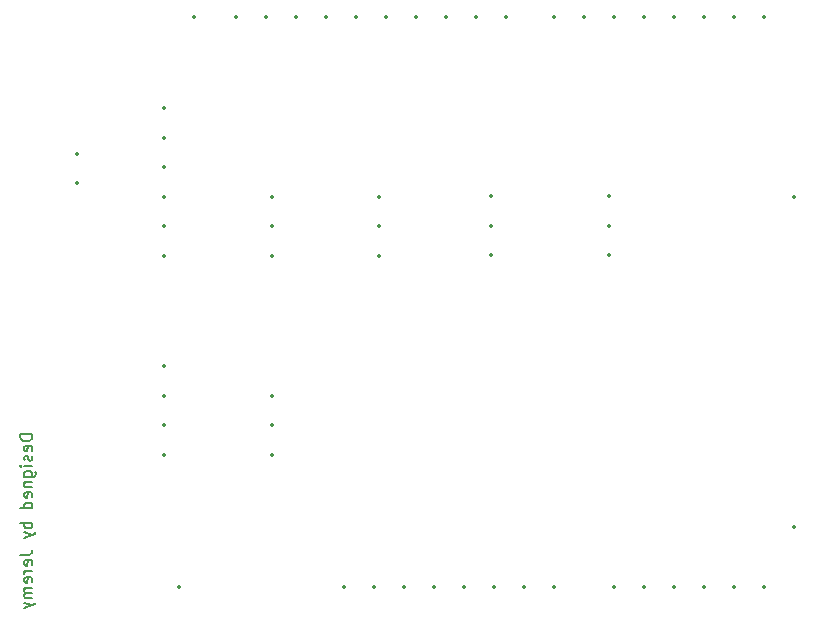
<source format=gbo>
%TF.GenerationSoftware,KiCad,Pcbnew,8.0.3*%
%TF.CreationDate,2024-07-23T14:12:28+08:00*%
%TF.ProjectId,Shao Rong Shield,5368616f-2052-46f6-9e67-20536869656c,rev?*%
%TF.SameCoordinates,Original*%
%TF.FileFunction,Legend,Bot*%
%TF.FilePolarity,Positive*%
%FSLAX46Y46*%
G04 Gerber Fmt 4.6, Leading zero omitted, Abs format (unit mm)*
G04 Created by KiCad (PCBNEW 8.0.3) date 2024-07-23 14:12:28*
%MOMM*%
%LPD*%
G01*
G04 APERTURE LIST*
%ADD10C,0.150000*%
%ADD11C,0.350000*%
G04 APERTURE END LIST*
D10*
X1569819Y15463221D02*
X569819Y15463221D01*
X569819Y15463221D02*
X569819Y15225126D01*
X569819Y15225126D02*
X617438Y15082269D01*
X617438Y15082269D02*
X712676Y14987031D01*
X712676Y14987031D02*
X807914Y14939412D01*
X807914Y14939412D02*
X998390Y14891793D01*
X998390Y14891793D02*
X1141247Y14891793D01*
X1141247Y14891793D02*
X1331723Y14939412D01*
X1331723Y14939412D02*
X1426961Y14987031D01*
X1426961Y14987031D02*
X1522200Y15082269D01*
X1522200Y15082269D02*
X1569819Y15225126D01*
X1569819Y15225126D02*
X1569819Y15463221D01*
X1522200Y14082269D02*
X1569819Y14177507D01*
X1569819Y14177507D02*
X1569819Y14367983D01*
X1569819Y14367983D02*
X1522200Y14463221D01*
X1522200Y14463221D02*
X1426961Y14510840D01*
X1426961Y14510840D02*
X1046009Y14510840D01*
X1046009Y14510840D02*
X950771Y14463221D01*
X950771Y14463221D02*
X903152Y14367983D01*
X903152Y14367983D02*
X903152Y14177507D01*
X903152Y14177507D02*
X950771Y14082269D01*
X950771Y14082269D02*
X1046009Y14034650D01*
X1046009Y14034650D02*
X1141247Y14034650D01*
X1141247Y14034650D02*
X1236485Y14510840D01*
X1522200Y13653697D02*
X1569819Y13558459D01*
X1569819Y13558459D02*
X1569819Y13367983D01*
X1569819Y13367983D02*
X1522200Y13272745D01*
X1522200Y13272745D02*
X1426961Y13225126D01*
X1426961Y13225126D02*
X1379342Y13225126D01*
X1379342Y13225126D02*
X1284104Y13272745D01*
X1284104Y13272745D02*
X1236485Y13367983D01*
X1236485Y13367983D02*
X1236485Y13510840D01*
X1236485Y13510840D02*
X1188866Y13606078D01*
X1188866Y13606078D02*
X1093628Y13653697D01*
X1093628Y13653697D02*
X1046009Y13653697D01*
X1046009Y13653697D02*
X950771Y13606078D01*
X950771Y13606078D02*
X903152Y13510840D01*
X903152Y13510840D02*
X903152Y13367983D01*
X903152Y13367983D02*
X950771Y13272745D01*
X1569819Y12796554D02*
X903152Y12796554D01*
X569819Y12796554D02*
X617438Y12844173D01*
X617438Y12844173D02*
X665057Y12796554D01*
X665057Y12796554D02*
X617438Y12748935D01*
X617438Y12748935D02*
X569819Y12796554D01*
X569819Y12796554D02*
X665057Y12796554D01*
X903152Y11891793D02*
X1712676Y11891793D01*
X1712676Y11891793D02*
X1807914Y11939412D01*
X1807914Y11939412D02*
X1855533Y11987031D01*
X1855533Y11987031D02*
X1903152Y12082269D01*
X1903152Y12082269D02*
X1903152Y12225126D01*
X1903152Y12225126D02*
X1855533Y12320364D01*
X1522200Y11891793D02*
X1569819Y11987031D01*
X1569819Y11987031D02*
X1569819Y12177507D01*
X1569819Y12177507D02*
X1522200Y12272745D01*
X1522200Y12272745D02*
X1474580Y12320364D01*
X1474580Y12320364D02*
X1379342Y12367983D01*
X1379342Y12367983D02*
X1093628Y12367983D01*
X1093628Y12367983D02*
X998390Y12320364D01*
X998390Y12320364D02*
X950771Y12272745D01*
X950771Y12272745D02*
X903152Y12177507D01*
X903152Y12177507D02*
X903152Y11987031D01*
X903152Y11987031D02*
X950771Y11891793D01*
X903152Y11415602D02*
X1569819Y11415602D01*
X998390Y11415602D02*
X950771Y11367983D01*
X950771Y11367983D02*
X903152Y11272745D01*
X903152Y11272745D02*
X903152Y11129888D01*
X903152Y11129888D02*
X950771Y11034650D01*
X950771Y11034650D02*
X1046009Y10987031D01*
X1046009Y10987031D02*
X1569819Y10987031D01*
X1522200Y10129888D02*
X1569819Y10225126D01*
X1569819Y10225126D02*
X1569819Y10415602D01*
X1569819Y10415602D02*
X1522200Y10510840D01*
X1522200Y10510840D02*
X1426961Y10558459D01*
X1426961Y10558459D02*
X1046009Y10558459D01*
X1046009Y10558459D02*
X950771Y10510840D01*
X950771Y10510840D02*
X903152Y10415602D01*
X903152Y10415602D02*
X903152Y10225126D01*
X903152Y10225126D02*
X950771Y10129888D01*
X950771Y10129888D02*
X1046009Y10082269D01*
X1046009Y10082269D02*
X1141247Y10082269D01*
X1141247Y10082269D02*
X1236485Y10558459D01*
X1569819Y9225126D02*
X569819Y9225126D01*
X1522200Y9225126D02*
X1569819Y9320364D01*
X1569819Y9320364D02*
X1569819Y9510840D01*
X1569819Y9510840D02*
X1522200Y9606078D01*
X1522200Y9606078D02*
X1474580Y9653697D01*
X1474580Y9653697D02*
X1379342Y9701316D01*
X1379342Y9701316D02*
X1093628Y9701316D01*
X1093628Y9701316D02*
X998390Y9653697D01*
X998390Y9653697D02*
X950771Y9606078D01*
X950771Y9606078D02*
X903152Y9510840D01*
X903152Y9510840D02*
X903152Y9320364D01*
X903152Y9320364D02*
X950771Y9225126D01*
X1569819Y7987030D02*
X569819Y7987030D01*
X950771Y7987030D02*
X903152Y7891792D01*
X903152Y7891792D02*
X903152Y7701316D01*
X903152Y7701316D02*
X950771Y7606078D01*
X950771Y7606078D02*
X998390Y7558459D01*
X998390Y7558459D02*
X1093628Y7510840D01*
X1093628Y7510840D02*
X1379342Y7510840D01*
X1379342Y7510840D02*
X1474580Y7558459D01*
X1474580Y7558459D02*
X1522200Y7606078D01*
X1522200Y7606078D02*
X1569819Y7701316D01*
X1569819Y7701316D02*
X1569819Y7891792D01*
X1569819Y7891792D02*
X1522200Y7987030D01*
X903152Y7177506D02*
X1569819Y6939411D01*
X903152Y6701316D02*
X1569819Y6939411D01*
X1569819Y6939411D02*
X1807914Y7034649D01*
X1807914Y7034649D02*
X1855533Y7082268D01*
X1855533Y7082268D02*
X1903152Y7177506D01*
X569819Y5272744D02*
X1284104Y5272744D01*
X1284104Y5272744D02*
X1426961Y5320363D01*
X1426961Y5320363D02*
X1522200Y5415601D01*
X1522200Y5415601D02*
X1569819Y5558458D01*
X1569819Y5558458D02*
X1569819Y5653696D01*
X1522200Y4415601D02*
X1569819Y4510839D01*
X1569819Y4510839D02*
X1569819Y4701315D01*
X1569819Y4701315D02*
X1522200Y4796553D01*
X1522200Y4796553D02*
X1426961Y4844172D01*
X1426961Y4844172D02*
X1046009Y4844172D01*
X1046009Y4844172D02*
X950771Y4796553D01*
X950771Y4796553D02*
X903152Y4701315D01*
X903152Y4701315D02*
X903152Y4510839D01*
X903152Y4510839D02*
X950771Y4415601D01*
X950771Y4415601D02*
X1046009Y4367982D01*
X1046009Y4367982D02*
X1141247Y4367982D01*
X1141247Y4367982D02*
X1236485Y4844172D01*
X1569819Y3939410D02*
X903152Y3939410D01*
X1093628Y3939410D02*
X998390Y3891791D01*
X998390Y3891791D02*
X950771Y3844172D01*
X950771Y3844172D02*
X903152Y3748934D01*
X903152Y3748934D02*
X903152Y3653696D01*
X1522200Y2939410D02*
X1569819Y3034648D01*
X1569819Y3034648D02*
X1569819Y3225124D01*
X1569819Y3225124D02*
X1522200Y3320362D01*
X1522200Y3320362D02*
X1426961Y3367981D01*
X1426961Y3367981D02*
X1046009Y3367981D01*
X1046009Y3367981D02*
X950771Y3320362D01*
X950771Y3320362D02*
X903152Y3225124D01*
X903152Y3225124D02*
X903152Y3034648D01*
X903152Y3034648D02*
X950771Y2939410D01*
X950771Y2939410D02*
X1046009Y2891791D01*
X1046009Y2891791D02*
X1141247Y2891791D01*
X1141247Y2891791D02*
X1236485Y3367981D01*
X1569819Y2463219D02*
X903152Y2463219D01*
X998390Y2463219D02*
X950771Y2415600D01*
X950771Y2415600D02*
X903152Y2320362D01*
X903152Y2320362D02*
X903152Y2177505D01*
X903152Y2177505D02*
X950771Y2082267D01*
X950771Y2082267D02*
X1046009Y2034648D01*
X1046009Y2034648D02*
X1569819Y2034648D01*
X1046009Y2034648D02*
X950771Y1987029D01*
X950771Y1987029D02*
X903152Y1891791D01*
X903152Y1891791D02*
X903152Y1748934D01*
X903152Y1748934D02*
X950771Y1653695D01*
X950771Y1653695D02*
X1046009Y1606076D01*
X1046009Y1606076D02*
X1569819Y1606076D01*
X903152Y1225124D02*
X1569819Y987029D01*
X903152Y748934D02*
X1569819Y987029D01*
X1569819Y987029D02*
X1807914Y1082267D01*
X1807914Y1082267D02*
X1855533Y1129886D01*
X1855533Y1129886D02*
X1903152Y1225124D01*
D11*
X27940000Y2540000D03*
X30480000Y2540000D03*
X33020000Y2540000D03*
X35560000Y2540000D03*
X38100000Y2540000D03*
X40640000Y2540000D03*
X43180000Y2540000D03*
X45720000Y2540000D03*
X50800000Y2540000D03*
X53340000Y2540000D03*
X55880000Y2540000D03*
X58420000Y2540000D03*
X60960000Y2540000D03*
X63500000Y2540000D03*
X18796000Y50800000D03*
X21336000Y50800000D03*
X23876000Y50800000D03*
X26416000Y50800000D03*
X28956000Y50800000D03*
X31496000Y50800000D03*
X34036000Y50800000D03*
X36576000Y50800000D03*
X39116000Y50800000D03*
X41656000Y50800000D03*
X45720000Y50800000D03*
X48260000Y50800000D03*
X50800000Y50800000D03*
X53340000Y50800000D03*
X55880000Y50800000D03*
X58420000Y50800000D03*
X60960000Y50800000D03*
X63500000Y50800000D03*
X5400000Y39250000D03*
X5400000Y36750000D03*
X40425000Y30625000D03*
X40425000Y33125000D03*
X40425000Y35625000D03*
X15240000Y50800000D03*
X12750000Y30600000D03*
X12750000Y33100000D03*
X12750000Y35600000D03*
X12750000Y38100000D03*
X12750000Y40600000D03*
X12750000Y43100000D03*
X21859285Y13725000D03*
X21859285Y16225000D03*
X21859285Y18725000D03*
X30968570Y30600000D03*
X30968570Y33100000D03*
X30968570Y35600000D03*
X12750000Y13725000D03*
X12750000Y16225000D03*
X12750000Y18725000D03*
X12750000Y21225000D03*
X13970000Y2540000D03*
X66040000Y35560000D03*
X66040000Y7620000D03*
X21859285Y30600000D03*
X21859285Y33100000D03*
X21859285Y35600000D03*
X50375000Y30650000D03*
X50375000Y33150000D03*
X50375000Y35650000D03*
M02*

</source>
